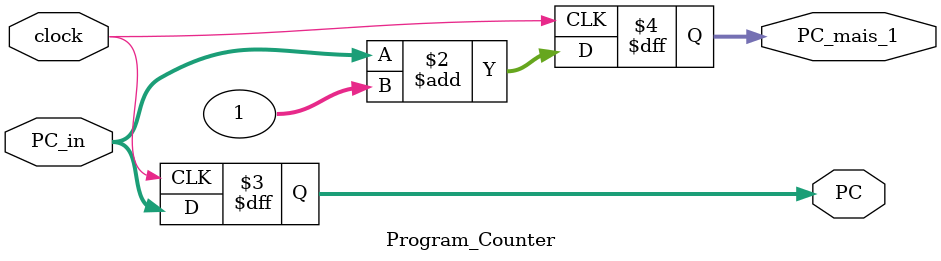
<source format=v>
module Program_Counter (input clock, input [31:0] PC_in, output reg [31:0] PC, output reg [31:0] PC_mais_1);

always @ (posedge clock)
begin

	PC = PC_in;
	PC_mais_1 = PC + 1;
	
end


endmodule 
</source>
